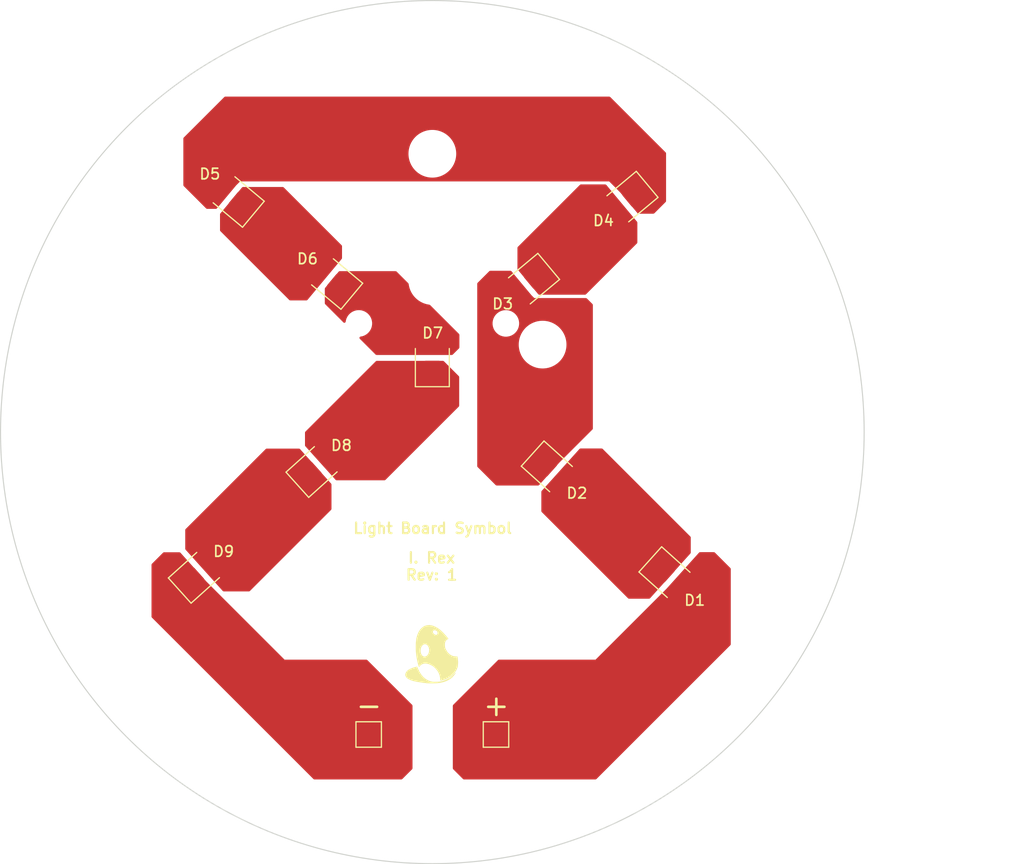
<source format=kicad_pcb>
(kicad_pcb (version 20241229) (generator "pcbnew") (generator_version "9.0")
  (title_block (title "${PROJECTNAME}") (date "2025-08-10") (rev "${REV_BOARD}") (comment 1 "Isaac Rex"))
  (layers (0 "F.Cu" signal) (2 "B.Cu" signal) (13 "F.Paste" user) (15 "B.Paste" user) (5 "F.SilkS" user "F.Silkscreen") (7 "B.SilkS" user "B.Silkscreen") (1 "F.Mask" user) (3 "B.Mask" user) (25 "Edge.Cuts" user))
  (property "REV_BOARD" "1")
  (property "REV_SCH" "1")
  (net 0 "")
  (net 1 "/K_D1")
  (net 2 "/V+")
  (net 3 "/K_D2")
  (net 4 "/K_D3")
  (net 5 "/K_D4")
  (net 6 "/K_D5")
  (net 7 "/K_D6")
  (net 8 "/K_D7")
  (net 9 "/V-")
  (net 10 "/K_D8")
  (footprint "irex_LED_SMD:LED_Cree_J-Series_SMD2835_2.8x3.5mm" (layer "F.Cu") (at 124.47 91.15944 90)
    (property "Reference" "D7" (at 2.85944 0.03 0) (layer "F.SilkS") (effects (font (thickness 0.16))))
    (property "Value" "White")
    (fp_line (start 1.4 -1.6) (end -2.2 -1.6) (stroke (width 0.12)) (layer "F.SilkS"))
    (fp_line (start -2.2 -1.6) (end -2.2 1.6) (stroke (width 0.12)) (layer "F.SilkS"))
    (fp_line (start 1.4 1.6) (end -2.2 1.6) (stroke (width 0.12)) (layer "F.SilkS"))
    (pad "1" smd roundrect (at -0.845 0 90) (size 2.2 1.8) (layers "F.Cu" "F.Mask") (roundrect_rratio 0.15) (net 8 "/K_D7"))
    (pad "2" smd roundrect (at 1.395 0 90) (size 1.1 1.8) (layers "F.Cu" "F.Mask") (roundrect_rratio 0.15) (net 7 "/K_D6"))
  )
  (footprint "irex_LED_SMD:LED_Cree_J-Series_SMD2835_2.8x3.5mm" (layer "F.Cu") (at 143.02812 75.683798 -140.175)
    (property "Reference" "D4" (at 3.156072 0.006625 0) (layer "F.SilkS") (effects (font (thickness 0.16))))
    (property "Value" "White")
    (fp_line (start 1.4 1.6) (end -2.2 1.6) (stroke (width 0.12)) (layer "F.SilkS"))
    (fp_line (start 1.4 -1.6) (end -2.2 -1.6) (stroke (width 0.12)) (layer "F.SilkS"))
    (fp_line (start -2.2 -1.6) (end -2.2 1.6) (stroke (width 0.12)) (layer "F.SilkS"))
    (pad "1" smd roundrect (at -0.845 0 219.825) (size 2.2 1.8) (layers "F.Cu" "F.Mask") (roundrect_rratio 0.15) (net 5 "/K_D4"))
    (pad "2" smd roundrect (at 1.395 0 219.825) (size 1.1 1.8) (layers "F.Cu" "F.Mask") (roundrect_rratio 0.15) (net 4 "/K_D3"))
  )
  (footprint "irex_LED_SMD:LED_Cree_J-Series_SMD2835_2.8x3.5mm" (layer "F.Cu") (at 115.19094 83.421619 140.175)
    (property "Reference" "D6" (at 3.271832 0.034102 0) (layer "F.SilkS") (effects (font (thickness 0.16))))
    (property "Value" "White")
    (fp_line (start 1.4 -1.6) (end -2.2 -1.6) (stroke (width 0.12)) (layer "F.SilkS"))
    (fp_line (start 1.4 1.6) (end -2.2 1.6) (stroke (width 0.12)) (layer "F.SilkS"))
    (fp_line (start -2.2 -1.6) (end -2.2 1.6) (stroke (width 0.12)) (layer "F.SilkS"))
    (pad "1" smd roundrect (at -0.845 0 140.175) (size 2.2 1.8) (layers "F.Cu" "F.Mask") (roundrect_rratio 0.15) (net 7 "/K_D6"))
    (pad "2" smd roundrect (at 1.395 0 140.175) (size 1.1 1.8) (layers "F.Cu" "F.Mask") (roundrect_rratio 0.15) (net 6 "/K_D5"))
  )
  (footprint "irex_MountingHole:MountingHole_2.0mm_M2_ReducedCourtyard" (layer "F.Cu") (at 124.47 75.39)
    (property "Reference" "H1" (hide yes))
    (property "Value" "2mm")
    (pad "" np_thru_hole circle (at 0 0) (size 2 2) (drill 2) (layers "*.Cu" "*.Mask"))
  )
  (footprint "irex_LED_SMD:LED_Cree_J-Series_SMD2835_2.8x3.5mm" (layer "F.Cu") (at 146.647126 111.115066 -41.982)
    (property "Reference" "D1" (at 3.492967 0.065243 0) (layer "F.SilkS") (effects (font (thickness 0.16))))
    (property "Value" "White")
    (fp_line (start -2.200001 -1.600001) (end -2.2 1.599999) (stroke (width 0.12)) (layer "F.SilkS"))
    (fp_line (start 1.4 1.6) (end -2.2 1.599999) (stroke (width 0.12)) (layer "F.SilkS"))
    (fp_line (start 1.4 -1.6) (end -2.200001 -1.600001) (stroke (width 0.12)) (layer "F.SilkS"))
    (pad "1" smd roundrect (at -0.845 0 318.018) (size 2.2 1.8) (layers "F.Cu" "F.Mask") (roundrect_rratio 0.15) (net 1 "/K_D1"))
    (pad "2" smd roundrect (at 1.395 0.000001 318.018) (size 1.1 1.8) (layers "F.Cu" "F.Mask") (roundrect_rratio 0.15) (net 2 "/V+"))
  )
  (footprint "irex_LED_SMD:LED_Cree_J-Series_SMD2835_2.8x3.5mm" (layer "F.Cu") (at 133.74906 83.421619 -140.175)
    (property "Reference" "D3" (at 3.395709 0.064239 0) (layer "F.SilkS") (effects (font (thickness 0.16))))
    (property "Value" "White")
    (fp_line (start 1.4 1.6) (end -2.2 1.6) (stroke (width 0.12)) (layer "F.SilkS"))
    (fp_line (start 1.4 -1.6) (end -2.2 -1.6) (stroke (width 0.12)) (layer "F.SilkS"))
    (fp_line (start -2.2 -1.6) (end -2.2 1.6) (stroke (width 0.12)) (layer "F.SilkS"))
    (pad "1" smd roundrect (at -0.845 0 219.825) (size 2.2 1.8) (layers "F.Cu" "F.Mask") (roundrect_rratio 0.15) (net 4 "/K_D3"))
    (pad "2" smd roundrect (at 1.395 0 219.825) (size 1.1 1.8) (layers "F.Cu" "F.Mask") (roundrect_rratio 0.15) (net 3 "/K_D2"))
  )
  (footprint "TestPoint:TestPoint_Pad_2.0x2.0mm" (layer "F.Cu") (at 130.47 126.15944)
    (property "Reference" "J1" (hide yes))
    (property "Value" "V+")
    (fp_line (start -1.2 -1.2) (end 1.2 -1.2) (stroke (width 0.12)) (layer "F.SilkS"))
    (fp_line (start -1.2 1.2) (end -1.2 -1.2) (stroke (width 0.12)) (layer "F.SilkS"))
    (fp_line (start 1.2 -1.2) (end 1.2 1.2) (stroke (width 0.12)) (layer "F.SilkS"))
    (fp_line (start 1.2 1.2) (end -1.2 1.2) (stroke (width 0.12)) (layer "F.SilkS"))
    (pad "1" smd rect (at 0 0) (size 2 2) (layers "F.Cu" "F.Mask") (net 2 "/V+"))
  )
  (footprint "MountingHole:MountingHole_2.5mm" (layer "F.Cu") (at 124.47 83.39)
    (property "Reference" "H4" (hide yes))
    (property "Value" "2.5mm")
    (pad "" np_thru_hole circle (at 0 0) (size 2.5 2.5) (drill 2.5) (layers "*.Cu" "*.Mask"))
  )
  (footprint "MountingHole:MountingHole_2.5mm" (layer "F.Cu") (at 114.077695 89.39)
    (property "Reference" "H7" (hide yes))
    (property "Value" "2.5mm")
    (pad "" np_thru_hole circle (at 0 0) (size 2.5 2.5) (drill 2.5) (layers "*.Cu" "*.Mask"))
  )
  (footprint "MountingHole:MountingHole_2.5mm" (layer "F.Cu") (at 134.862305 89.39)
    (property "Reference" "H6" (hide yes))
    (property "Value" "2.5mm")
    (pad "" np_thru_hole circle (at 0 0) (size 2.5 2.5) (drill 2.5) (layers "*.Cu" "*.Mask"))
  )
  (footprint "irex_LED_SMD:LED_Cree_J-Series_SMD2835_2.8x3.5mm" (layer "F.Cu") (at 102.292874 111.115066 41.982)
    (property "Reference" "D9" (at 3.345336 0.030429 0) (layer "F.SilkS") (effects (font (thickness 0.16))))
    (property "Value" "White")
    (fp_line (start -2.2 -1.599999) (end -2.200001 1.600001) (stroke (width 0.12)) (layer "F.SilkS"))
    (fp_line (start 1.4 -1.6) (end -2.2 -1.599999) (stroke (width 0.12)) (layer "F.SilkS"))
    (fp_line (start 1.4 1.6) (end -2.200001 1.600001) (stroke (width 0.12)) (layer "F.SilkS"))
    (pad "1" smd roundrect (at -0.845 0 41.982) (size 2.2 1.8) (layers "F.Cu" "F.Mask") (roundrect_rratio 0.15) (net 9 "/V-"))
    (pad "2" smd roundrect (at 1.395 -0.000001 41.982) (size 1.1 1.8) (layers "F.Cu" "F.Mask") (roundrect_rratio 0.15) (net 10 "/K_D8"))
  )
  (footprint "MountingHole:MountingHole_2.5mm" (layer "F.Cu") (at 124.47 71.39)
    (property "Reference" "H5" (hide yes))
    (property "Value" "2.5mm")
    (pad "" np_thru_hole circle (at 0 0) (size 2.5 2.5) (drill 2.5) (layers "*.Cu" "*.Mask"))
  )
  (footprint "TestPoint:TestPoint_Pad_2.0x2.0mm" (layer "F.Cu") (at 118.47 126.15944)
    (property "Reference" "J2" (hide yes))
    (property "Value" "V-")
    (fp_line (start -1.2 -1.2) (end 1.2 -1.2) (stroke (width 0.12)) (layer "F.SilkS"))
    (fp_line (start -1.2 1.2) (end -1.2 -1.2) (stroke (width 0.12)) (layer "F.SilkS"))
    (fp_line (start 1.2 -1.2) (end 1.2 1.2) (stroke (width 0.12)) (layer "F.SilkS"))
    (fp_line (start 1.2 1.2) (end -1.2 1.2) (stroke (width 0.12)) (layer "F.SilkS"))
    (pad "1" smd rect (at 0 0) (size 2 2) (layers "F.Cu" "F.Mask") (net 9 "/V-"))
  )
  (footprint "irex_Aesthetic:Logo_irex_5.0x5.5mm_Silk" (layer "F.Cu") (at 124.4 118.6)
    (property "Reference" "G***" (hide yes))
    (property "Value" "LOGO" (hide yes))
    (fp_poly (pts (xy -1.357232 1.192008) (xy -1.329687 1.257733) (xy -1.291965 1.348307) (xy -1.287935 1.358009) (xy -1.140885 1.659542) (xy -0.966468 1.92554) (xy -0.769187 2.150636) (xy -0.553545 2.329462) (xy -0.392691 2.424935) (xy -0.232472 2.4982) (xy -0.083532 2.548629) (xy 0.069907 2.579112) (xy 0.243625 2.59254) (xy 0.453398 2.591804) (xy 0.508 2.589951) (xy 0.675206 2.581497) (xy 0.805895 2.568575) (xy 0.919981 2.547867) (xy 1.037381 2.516054) (xy 1.128889 2.486512) (xy 1.462964 2.348533) (xy 1.763383 2.168359) (xy 2.039709 1.9401) (xy 2.080888 1.900145) (xy 2.181403 1.802746) (xy 2.24502 1.74678) (xy 2.272171 1.732851) (xy 2.263287 1.761565) (xy 2.2188 1.833525) (xy 2.139141 1.949337) (xy 2.127633 1.965652) (xy 1.94882 2.170448) (xy 1.723229 2.346514) (xy 1.453451 2.492478) (xy 1.142078 2.606968) (xy 0.791704 2.688611) (xy 0.747889 2.696018) (xy 0.625756 2.710237) (xy 0.462176 2.721345) (xy 0.272073 2.729071) (xy 0.070372 2.733141) (xy -0.128 2.733285) (xy -0.30812 2.729231) (xy -0.455061 2.720706) (xy -0.479778 2.718377) (xy -0.660427 2.697385) (xy -0.863752 2.669746) (xy -1.075616 2.637752) (xy -1.281882 2.603693) (xy -1.468413 2.56986) (xy -1.621072 2.538544) (xy -1.687832 2.522616) (xy -1.944611 2.442317) (xy -2.152363 2.347741) (xy -2.310021 2.240433) (xy -2.416518 2.121938) (xy -2.470787 1.993801) (xy -2.471761 1.857566) (xy -2.418374 1.714778) (xy -2.331077 1.5913) (xy -2.195621 1.470396) (xy -2.009141 1.362699) (xy -1.775985 1.270475) (xy -1.635755 1.228854) (xy -1.523017 1.19939) (xy -1.433627 1.177368) (xy -1.379497 1.165648) (xy -1.368882 1.16478) (xy -1.357232 1.192008)) (stroke (width 0.01)) (fill yes) (layer "F.SilkS"))
    (fp_poly (pts (xy 0.032401 -2.722668) (xy 0.283569 -2.635537) (xy 0.540446 -2.497555) (xy 0.800925 -2.309669) (xy 1.062894 -2.072827) (xy 1.324245 -1.787977) (xy 1.340993 -1.768023) (xy 1.429541 -1.660973) (xy 1.50329 -1.569898) (xy 1.555508 -1.503257) (xy 1.579464 -1.469508) (xy 1.580273 -1.467389) (xy 1.557459 -1.447573) (xy 1.501562 -1.418248) (xy 1.49413 -1.414905) (xy 1.42562 -1.367625) (xy 1.355135 -1.293771) (xy 1.331852 -1.26191) (xy 1.294943 -1.200538) (xy 1.272326 -1.141888) (xy 1.260586 -1.069277) (xy 1.256303 -0.96602) (xy 1.255889 -0.891061) (xy 1.257722 -0.762573) (xy 1.266284 -0.669416) (xy 1.28617 -0.590521) (xy 1.321972 -0.504813) (xy 1.354647 -0.438077) (xy 1.485754 -0.225471) (xy 1.64397 -0.051227) (xy 1.823162 0.080251) (xy 2.017194 0.164558) (xy 2.219931 0.197289) (xy 2.239918 0.197556) (xy 2.423109 0.197556) (xy 2.457771 0.359834) (xy 2.482415 0.527475) (xy 2.492862 0.718899) (xy 2.489419 0.91409) (xy 2.472391 1.093035) (xy 2.444532 1.227667) (xy 2.341511 1.477438) (xy 2.185969 1.711169) (xy 1.980151 1.926486) (xy 1.726301 2.121013) (xy 1.448608 2.281424) (xy 1.360095 2.321039) (xy 1.246261 2.365138) (xy 1.12249 2.40858) (xy 1.004164 2.446222) (xy 0.906667 2.472922) (xy 0.845383 2.483538) (xy 0.84389 2.483556) (xy 0.833371 2.457702) (xy 0.822279 2.389479) (xy 0.81281 2.292895) (xy 0.811809 2.278945) (xy 0.769618 2.018182) (xy 0.67788 1.769974) (xy 0.546463 1.544079) (xy 0.356809 1.310367) (xy 0.137033 1.123069) (xy -0.070555 1.000539) (xy -0.304825 0.906499) (xy -0.52187 0.86334) (xy -0.719698 0.870895) (xy -0.896311 0.928999) (xy -1.049715 1.037483) (xy -1.09651 1.086134) (xy -1.185787 1.187815) (xy -1.216666 1.108963) (xy -1.258663 0.982552) (xy -1.303752 0.81417) (xy -1.348903 0.617957) (xy -1.391085 0.408053) (xy -1.427267 0.198599) (xy -1.454418 0.003734) (xy -1.45545 -0.005076) (xy -1.474943 -0.22512) (xy -1.48111 -0.358927) (xy -1.043602 -0.358927) (xy -1.027132 -0.177418) (xy -0.979948 -0.023928) (xy -0.907279 0.096736) (xy -0.81435 0.179767) (xy -0.706389 0.22036) (xy -0.588621 0.213706) (xy -0.476896 0.162249) (xy -0.367726 0.058117) (xy -0.287678 -0.082806) (xy -0.239435 -0.247442) (xy -0.225677 -0.422712) (xy -0.249087 -0.59554) (xy -0.295614 -0.721726) (xy -0.381677 -0.849953) (xy -0.482138 -0.928887) (xy -0.590509 -0.961676) (xy -0.700303 -0.951467) (xy -0.805033 -0.901405) (xy -0.89821 -0.814638) (xy -0.973349 -0.694312) (xy -1.02396 -0.543574) (xy -1.043558 -0.36557) (xy -1.043602 -0.358927) (xy -1.48111 -0.358927) (xy -1.486083 -0.466807) (xy -1.489109 -0.716982) (xy -1.484259 -0.962489) (xy -1.471774 -1.190175) (xy -1.451892 -1.386882) (xy -1.427773 -1.526999) (xy -1.335549 -1.847121) (xy -1.214923 -2.121391) (xy -1.191707 -2.15698) (xy 0.116232 -2.15698) (xy 0.122141 -2.067799) (xy 0.173827 -1.969988) (xy 0.208845 -1.9304) (xy 0.299888 -1.864136) (xy 0.396956 -1.832939) (xy 0.484306 -1.839846) (xy 0.530578 -1.868311) (xy 0.555775 -1.924822) (xy 0.563382 -2.009769) (xy 0.552958 -2.097812) (xy 0.535386 -2.146452) (xy 0.49001 -2.197875) (xy 0.423898 -2.243374) (xy 0.309932 -2.280729) (xy 0.21645 -2.272647) (xy 0.149776 -2.22833) (xy 0.116232 -2.15698) (xy -1.191707 -2.15698) (xy -1.066638 -2.348695) (xy -0.891436 -2.527919) (xy -0.69006 -2.657949) (xy -0.665741 -2.669477) (xy -0.444363 -2.740586) (xy -0.210946 -2.758) (xy 0.032401 -2.722668)) (stroke (width 0.01)) (fill yes) (layer "F.SilkS"))
  )
  (footprint "irex_LED_SMD:LED_Cree_J-Series_SMD2835_2.8x3.5mm" (layer "F.Cu") (at 113.381437 101.137253 41.982)
    (property "Reference" "D8" (at 3.368678 0.021586 0) (layer "F.SilkS") (effects (font (thickness 0.16))))
    (property "Value" "White")
    (fp_line (start -2.2 -1.599999) (end -2.200001 1.600001) (stroke (width 0.12)) (layer "F.SilkS"))
    (fp_line (start 1.4 -1.6) (end -2.2 -1.599999) (stroke (width 0.12)) (layer "F.SilkS"))
    (fp_line (start 1.4 1.6) (end -2.200001 1.600001) (stroke (width 0.12)) (layer "F.SilkS"))
    (pad "1" smd roundrect (at -0.845 0 41.982) (size 2.2 1.8) (layers "F.Cu" "F.Mask") (roundrect_rratio 0.15) (net 10 "/K_D8"))
    (pad "2" smd roundrect (at 1.395 -0.000001 41.982) (size 1.1 1.8) (layers "F.Cu" "F.Mask") (roundrect_rratio 0.15) (net 8 "/K_D7"))
  )
  (footprint "irex_LED_SMD:LED_Cree_J-Series_SMD2835_2.8x3.5mm" (layer "F.Cu") (at 135.558563 101.137253 -41.982)
    (property "Reference" "D2" (at 3.402735 -0.017936 0) (layer "F.SilkS") (effects (font (thickness 0.16))))
    (property "Value" "White")
    (fp_line (start -2.200001 -1.600001) (end -2.2 1.599999) (stroke (width 0.12)) (layer "F.SilkS"))
    (fp_line (start 1.4 1.6) (end -2.2 1.599999) (stroke (width 0.12)) (layer "F.SilkS"))
    (fp_line (start 1.4 -1.6) (end -2.200001 -1.600001) (stroke (width 0.12)) (layer "F.SilkS"))
    (pad "1" smd roundrect (at -0.845 0 318.018) (size 2.2 1.8) (layers "F.Cu" "F.Mask") (roundrect_rratio 0.15) (net 3 "/K_D2"))
    (pad "2" smd roundrect (at 1.395 0.000001 318.018) (size 1.1 1.8) (layers "F.Cu" "F.Mask") (roundrect_rratio 0.15) (net 1 "/K_D1"))
  )
  (footprint "irex_LED_SMD:LED_Cree_J-Series_SMD2835_2.8x3.5mm" (layer "F.Cu") (at 105.91188 75.683798 140.175)
    (property "Reference" "D5" (at 3.379025 0.286091 0) (layer "F.SilkS") (effects (font (thickness 0.16))))
    (property "Value" "White")
    (fp_line (start 1.4 -1.6) (end -2.2 -1.6) (stroke (width 0.12)) (layer "F.SilkS"))
    (fp_line (start 1.4 1.6) (end -2.2 1.6) (stroke (width 0.12)) (layer "F.SilkS"))
    (fp_line (start -2.2 -1.6) (end -2.2 1.6) (stroke (width 0.12)) (layer "F.SilkS"))
    (pad "1" smd roundrect (at -0.845 0 140.175) (size 2.2 1.8) (layers "F.Cu" "F.Mask") (roundrect_rratio 0.15) (net 6 "/K_D5"))
    (pad "2" smd roundrect (at 1.395 0 140.175) (size 1.1 1.8) (layers "F.Cu" "F.Mask") (roundrect_rratio 0.15) (net 5 "/K_D4"))
  )
  (footprint "irex_MountingHole:MountingHole_2.0mm_M2_ReducedCourtyard" (layer "F.Cu") (at 117.541797 87.39)
    (property "Reference" "H3" (hide yes))
    (property "Value" "2mm")
    (pad "" np_thru_hole circle (at 0 0) (size 2 2) (drill 2) (layers "*.Cu" "*.Mask"))
  )
  (footprint "irex_MountingHole:MountingHole_2.0mm_M2_ReducedCourtyard" (layer "F.Cu") (at 131.398203 87.39)
    (property "Reference" "H2" (hide yes))
    (property "Value" "2mm")
    (pad "" np_thru_hole circle (at 0 0) (size 2 2) (drill 2) (layers "*.Cu" "*.Mask"))
  )
  (gr_circle (center 124.47 97.64) (end 83.768113 97.64) (stroke (width 0.1)) (fill no) (layer "Edge.Cuts"))
  (gr_text "I. Rex\nRev: ${REV_BOARD}" (at 124.4 111.7 0) (layer "F.SilkS") (effects (font (size 1 1) (thickness 0.2)) (justify bottom)))
  (gr_text "+" (at 130.5 123.4 0) (layer "F.SilkS") (effects (font (size 2 2) (thickness 0.25))))
  (gr_text "Light Board Symbol" (at 124.5 107.3 0) (layer "F.SilkS") (effects (font (size 1 1) (thickness 0.2)) (justify bottom)))
  (gr_text "-" (at 118.5 123.4 0) (layer "F.SilkS") (effects (font (size 2 2) (thickness 0.25))))
  (zone (net 0) (net_name "") (layer "F.Cu") (name "Copper Keepout") (connect_pads yes (clearance 0)) (min_thickness 0.25)
    (keepout (tracks not_allowed) (vias not_allowed) (pads allowed) (copperpour not_allowed) (footprints allowed))
    (fill (thermal_gap 0.5) (thermal_bridge_width 0.5))
    (polygon (pts (arc (start 111.827695 89.39) (mid 116.327695 89.39) (end 111.827695 89.39))))
  )
  (zone (net 3) (net_name "/K_D2") (layer "F.Cu") (priority 6) (connect_pads yes (clearance 0.2)) (min_thickness 0.25) (fill yes (thermal_gap 0.5) (thermal_bridge_width 0.5))
    (polygon (pts (xy 131.886133 82.421166) (xy 133.814803 84.733975) (xy 134.080828 85) (xy 139 85) (xy 139.6 85.6) (xy 139.6 97.356575) (xy 136.43931 100.517265) (xy 134.494725 102.678311) (xy 130.478311 102.678311) (xy 128.7 100.9) (xy 128.7 83.6) (xy 129.878834 82.421166)))
  )
  (zone (net 4) (net_name "/K_D3") (layer "F.Cu") (priority 5) (connect_pads yes (clearance 0.2)) (min_thickness 0.25) (fill yes (thermal_gap 0.5) (thermal_bridge_width 0.5))
    (polygon (pts (xy 143.793863 77.835575) (xy 140.83163 74.283345) (xy 138.416655 74.283345) (xy 132.492272 80.207728) (xy 132.492272 82.289254) (xy 134.487378 84.68173) (xy 138.91827 84.68173) (xy 143.793863 79.806137)))
  )
  (zone (net 7) (net_name "/K_D6") (layer "F.Cu") (name "Copper Keepout") (priority 2) (connect_pads yes (clearance 0)) (min_thickness 0.25) (fill yes (thermal_gap 0.5) (thermal_bridge_width 0.5))
    (polygon (pts (xy 127.02 89.70708) (xy 126.35764 90.36944) (xy 119.161378 90.36944) (xy 114.334152 85.542214) (xy 114.334152 84.074316) (xy 115.679086 82.461508) (xy 121.061508 82.461508) (xy 127.02 88.42)))
  )
  (zone (net 2) (net_name "/V+") (layer "F.Cu") (name "Copper Keepout") (priority 9) (connect_pads yes (clearance 0)) (min_thickness 0.25) (fill yes (thermal_gap 0.5) (thermal_bridge_width 0.5))
    (polygon (pts (xy 127.4 130.4) (xy 126.4 129.4) (xy 126.4 123.4) (xy 130.7 119.1) (xy 139.856052 119.1) (xy 146.532035 112.424017) (xy 149.646408 108.962972) (xy 151.062972 108.962972) (xy 152.6 110.5) (xy 152.6 117.7) (xy 139.9 130.4)))
  )
  (zone (net 10) (net_name "/K_D8") (layer "F.Cu") (name "Copper Keepout") (connect_pads yes (clearance 0)) (min_thickness 0.25) (fill yes (thermal_gap 0.5) (thermal_bridge_width 0.5))
    (polygon (pts (xy 104.752253 112.66716) (xy 101.177783 108.694799) (xy 101.177783 106.822217) (xy 108.803805 99.196195) (xy 111.957665 99.196195) (xy 114.962184 102.535161) (xy 114.962184 104.937816) (xy 107.23284 112.66716)))
  )
  (zone (net 5) (net_name "/K_D4") (layer "F.Cu") (name "Copper Keepout") (priority 4) (connect_pads yes (clearance 0)) (min_thickness 0.25) (fill yes (thermal_gap 0.5) (thermal_bridge_width 0.5))
    (polygon (pts (xy 105.977623 74.371442) (xy 104.132345 76.584251) (xy 103.184251 76.584251) (xy 101 74.4) (xy 101 69.9) (xy 104.9 66) (xy 141.2 66) (xy 146.5 71.3) (xy 146.5 75.9) (xy 145.356091 77.043909) (xy 143.84983 77.043909) (xy 142.171332 75.031101) (xy 141.140231 74) (xy 106.349065 74)))
  )
  (zone (net 8) (net_name "/K_D7") (layer "F.Cu") (name "Copper Keepout") (priority 1) (connect_pads yes (clearance 0)) (min_thickness 0.25) (fill yes (thermal_gap 0.5) (thermal_bridge_width 0.5))
    (polygon (pts (xy 115.390898 102.189347) (xy 112.466346 98.93925) (xy 112.466346 97.633654) (xy 119.180561 90.919439) (xy 125.52 90.919439) (xy 127 92.399439) (xy 127 95.2) (xy 120.010653 102.189347)))
  )
  (zone (net 6) (net_name "/K_D5") (layer "F.Cu") (priority 3) (connect_pads yes (clearance 0.2)) (min_thickness 0.25) (fill yes (thermal_gap 0.5) (thermal_bridge_width 0.5))
    (polygon (pts (xy 112.660888 85.222072) (xy 115.956683 81.269841) (xy 115.956683 80.056683) (xy 110.423687 74.523687) (xy 106.566808 74.523687) (xy 104.455092 77.055998) (xy 104.455092 78.655092) (xy 111.022072 85.222072)))
  )
  (zone (net 0) (net_name "") (layer "F.Cu") (name "Copper Keepout") (connect_pads yes (clearance 0)) (min_thickness 0.25)
    (keepout (tracks not_allowed) (vias not_allowed) (pads allowed) (copperpour not_allowed) (footprints allowed))
    (fill (thermal_gap 0.5) (thermal_bridge_width 0.5))
    (polygon (pts (arc (start 122.22 71.39) (mid 126.72 71.39) (end 122.22 71.39))))
  )
  (zone (net 9) (net_name "/V-") (layer "F.Cu") (name "Copper Keepout") (priority 8) (connect_pads yes (clearance 0)) (min_thickness 0.25) (fill yes (thermal_gap 0.5) (thermal_bridge_width 0.5))
    (polygon (pts (xy 122.6 129.4) (xy 122.6 123.4) (xy 118.3 119.1) (xy 110.538567 119.1) (xy 103.173621 111.735054) (xy 100.689135 108.974008) (xy 99.125992 108.974008) (xy 98 110.1) (xy 98 115.1) (xy 113.3 130.4) (xy 121.6 130.4)))
  )
  (zone (net 0) (net_name "") (layer "F.Cu") (name "Copper Keepout") (connect_pads yes (clearance 0)) (min_thickness 0.25)
    (keepout (tracks not_allowed) (vias not_allowed) (pads allowed) (copperpour not_allowed) (footprints allowed))
    (fill (thermal_gap 0.5) (thermal_bridge_width 0.5))
    (polygon (pts (arc (start 132.612305 89.39) (mid 137.112305 89.39) (end 132.612305 89.39))))
  )
  (zone (net 0) (net_name "") (layer "F.Cu") (name "Copper Keepout") (connect_pads yes (clearance 0)) (min_thickness 0.25)
    (keepout (tracks not_allowed) (vias not_allowed) (pads allowed) (copperpour not_allowed) (footprints allowed))
    (fill (thermal_gap 0.5) (thermal_bridge_width 0.5))
    (polygon (pts (arc (start 122.22 83.39) (mid 126.72 83.39) (end 122.22 83.39))))
  )
  (zone (net 1) (net_name "/K_D1") (layer "F.Cu") (name "Copper Keepout") (priority 7) (connect_pads yes (clearance 0)) (min_thickness 0.25) (fill yes (thermal_gap 0.5) (thermal_bridge_width 0.5))
    (polygon (pts (xy 138.377876 99.185159) (xy 134.743472 103.224124) (xy 134.743472 105.143472) (xy 142.956124 113.356124) (xy 144.953404 113.356124) (xy 148.827873 109.050369) (xy 148.827873 107.527873) (xy 140.485159 99.185159)))
  )
)
</source>
